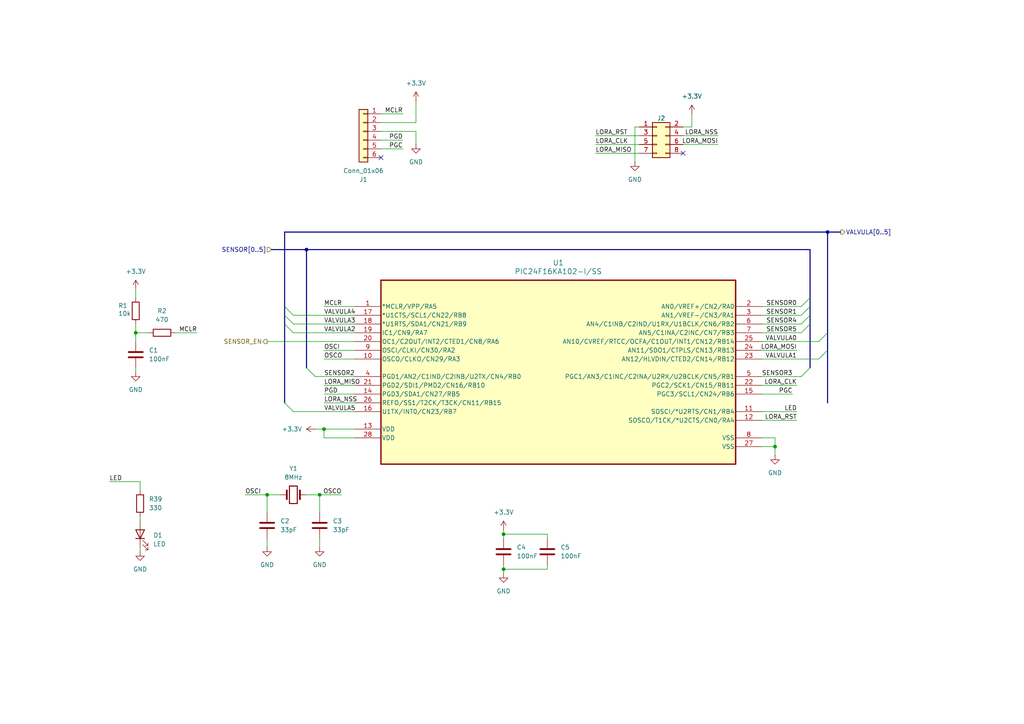
<source format=kicad_sch>
(kicad_sch (version 20231120) (generator "eeschema") (generator_version "8.0")
  (paper "A4")
  (title_block (title "Estante Irrigada - Controle") (date "2024-06-07") (rev "1") (company "Gustavo Adolpho Souteras Barbosa"))
  (lib_symbols
    (symbol "Connector_Generic:Conn_01x06" (pin_names (offset 1.016) hide)
      (property "Reference" "J" (at 0 7.62 0))
      (property "Value" "Conn_01x06" (at 0 -10.16 0))
      (symbol "Conn_01x06_1_1"
        (rectangle (start -1.27 -7.493) (end 0 -7.747) (stroke (width 0.1524)))
        (rectangle (start -1.27 -4.953) (end 0 -5.207) (stroke (width 0.1524)))
        (rectangle (start -1.27 -2.413) (end 0 -2.667) (stroke (width 0.1524)))
        (rectangle (start -1.27 0.127) (end 0 -0.127) (stroke (width 0.1524)))
        (rectangle (start -1.27 2.667) (end 0 2.413) (stroke (width 0.1524)))
        (rectangle (start -1.27 5.207) (end 0 4.953) (stroke (width 0.1524)))
        (rectangle (start -1.27 6.35) (end 1.27 -8.89) (stroke (width 0.254)) (fill (type background)))
        (pin passive line (at -5.08 5.08 0) (length 3.81) (name "Pin_1") (number "1"))
        (pin passive line (at -5.08 2.54 0) (length 3.81) (name "Pin_2") (number "2"))
        (pin passive line (at -5.08 0 0) (length 3.81) (name "Pin_3") (number "3"))
        (pin passive line (at -5.08 -2.54 0) (length 3.81) (name "Pin_4") (number "4"))
        (pin passive line (at -5.08 -5.08 0) (length 3.81) (name "Pin_5") (number "5"))
        (pin passive line (at -5.08 -7.62 0) (length 3.81) (name "Pin_6") (number "6"))
      )
    )
    (symbol "Connector_Generic:Conn_02x04_Odd_Even" (pin_names (offset 1.016) hide)
      (property "Reference" "J" (at 1.27 5.08 0))
      (property "Value" "Conn_02x04_Odd_Even" (at 1.27 -7.62 0))
      (symbol "Conn_02x04_Odd_Even_1_1"
        (rectangle (start -1.27 -4.953) (end 0 -5.207) (stroke (width 0.1524)))
        (rectangle (start -1.27 -2.413) (end 0 -2.667) (stroke (width 0.1524)))
        (rectangle (start -1.27 0.127) (end 0 -0.127) (stroke (width 0.1524)))
        (rectangle (start -1.27 2.667) (end 0 2.413) (stroke (width 0.1524)))
        (rectangle (start -1.27 3.81) (end 3.81 -6.35) (stroke (width 0.254)) (fill (type background)))
        (rectangle (start 3.81 -4.953) (end 2.54 -5.207) (stroke (width 0.1524)))
        (rectangle (start 3.81 -2.413) (end 2.54 -2.667) (stroke (width 0.1524)))
        (rectangle (start 3.81 0.127) (end 2.54 -0.127) (stroke (width 0.1524)))
        (rectangle (start 3.81 2.667) (end 2.54 2.413) (stroke (width 0.1524)))
        (pin passive line (at -5.08 2.54 0) (length 3.81) (name "Pin_1") (number "1"))
        (pin passive line (at 7.62 2.54 180) (length 3.81) (name "Pin_2") (number "2"))
        (pin passive line (at -5.08 0 0) (length 3.81) (name "Pin_3") (number "3"))
        (pin passive line (at 7.62 0 180) (length 3.81) (name "Pin_4") (number "4"))
        (pin passive line (at -5.08 -2.54 0) (length 3.81) (name "Pin_5") (number "5"))
        (pin passive line (at 7.62 -2.54 180) (length 3.81) (name "Pin_6") (number "6"))
        (pin passive line (at -5.08 -5.08 0) (length 3.81) (name "Pin_7") (number "7"))
        (pin passive line (at 7.62 -5.08 180) (length 3.81) (name "Pin_8") (number "8"))
      )
    )
    (symbol "Device:C" (pin_numbers hide) (pin_names (offset 0.254))
      (property "Reference" "C" (at 0.635 2.54 0))
      (property "Value" "C" (at 0.635 -2.54 0))
      (symbol "C_0_1"
        (polyline (pts (xy -2.032 -0.762) (xy 2.032 -0.762)) (stroke (width 0.508)))
        (polyline (pts (xy -2.032 0.762) (xy 2.032 0.762)) (stroke (width 0.508)))
      )
      (symbol "C_1_1"
        (pin passive line (at 0 3.81 270) (length 2.794) (name "~") (number "1"))
        (pin passive line (at 0 -3.81 90) (length 2.794) (name "~") (number "2"))
      )
    )
    (symbol "Device:Crystal" (pin_numbers hide) (pin_names (offset 1.016) hide)
      (property "Reference" "Y" (at 0 3.81 0))
      (property "Value" "Crystal" (at 0 -3.81 0))
      (symbol "Crystal_0_1"
        (rectangle (start -1.143 2.54) (end 1.143 -2.54) (stroke (width 0.3048)))
        (polyline (pts (xy -2.54 0) (xy -1.905 0)))
        (polyline (pts (xy -1.905 -1.27) (xy -1.905 1.27)) (stroke (width 0.508)))
        (polyline (pts (xy 1.905 -1.27) (xy 1.905 1.27)) (stroke (width 0.508)))
        (polyline (pts (xy 2.54 0) (xy 1.905 0)))
      )
      (symbol "Crystal_1_1"
        (pin passive line (at -3.81 0 0) (length 1.27) (name "1") (number "1"))
        (pin passive line (at 3.81 0 180) (length 1.27) (name "2") (number "2"))
      )
    )
    (symbol "Device:LED" (pin_numbers hide) (pin_names (offset 1.016) hide)
      (property "Reference" "D" (at 0 2.54 0))
      (property "Value" "LED" (at 0 -2.54 0))
      (symbol "LED_0_1"
        (polyline (pts (xy -1.27 -1.27) (xy -1.27 1.27)) (stroke (width 0.254)))
        (polyline (pts (xy -1.27 0) (xy 1.27 0)))
        (polyline (pts (xy 1.27 -1.27) (xy 1.27 1.27) (xy -1.27 0) (xy 1.27 -1.27)) (stroke (width 0.254)))
        (polyline (pts (xy -3.048 -0.762) (xy -4.572 -2.286) (xy -3.81 -2.286) (xy -4.572 -2.286) (xy -4.572 -1.524)))
        (polyline (pts (xy -1.778 -0.762) (xy -3.302 -2.286) (xy -2.54 -2.286) (xy -3.302 -2.286) (xy -3.302 -1.524)))
      )
      (symbol "LED_1_1"
        (pin passive line (at -3.81 0 0) (length 2.54) (name "K") (number "1"))
        (pin passive line (at 3.81 0 180) (length 2.54) (name "A") (number "2"))
      )
    )
    (symbol "Device:R" (pin_numbers hide) (pin_names (offset 0))
      (property "Reference" "R" (at 2.032 0 90))
      (property "Value" "R" (at 0 0 90))
      (symbol "R_0_1"
        (rectangle (start -1.016 -2.54) (end 1.016 2.54) (stroke (width 0.254)))
      )
      (symbol "R_1_1"
        (pin passive line (at 0 3.81 270) (length 1.27) (name "~") (number "1"))
        (pin passive line (at 0 -3.81 90) (length 1.27) (name "~") (number "2"))
      )
    )
    (symbol "PIC24F16KA102-I_SS:PIC24F16KA102-I_SS" (pin_names (offset 0.254))
      (property "Reference" "U" (at 56.388 12.7 0))
      (property "Value" "PIC24F16KA102-I/SS" (at 56.388 10.16 0))
      (symbol "PIC24F16KA102-I_SS_1_1"
        (rectangle (start 7.62 7.62) (end 110.49 -45.72) (stroke (width 0.41)) (fill (type background)))
        (pin bidirectional line (at 0 0 0) (length 7.62) (name "*MCLR/VPP/RA5") (number "1"))
        (pin bidirectional line (at 0 -15.24 0) (length 7.62) (name "OSCO/CLKO/CN29/RA3") (number "10"))
        (pin bidirectional line (at 118.11 -30.48 180) (length 7.62) (name "SOSCI/*U2RTS/CN1/RB4") (number "11"))
        (pin bidirectional line (at 118.11 -33.02 180) (length 7.62) (name "SOSCO/T1CK/*U2CTS/CN0/RA4") (number "12"))
        (pin power_in line (at 0 -35.56 0) (length 7.62) (name "VDD") (number "13"))
        (pin bidirectional line (at 0 -25.4 0) (length 7.62) (name "PGD3/SDA1/CN27/RB5") (number "14"))
        (pin bidirectional line (at 118.11 -25.4 180) (length 7.62) (name "PGC3/SCL1/CN24/RB6") (number "15"))
        (pin bidirectional line (at 0 -30.48 0) (length 7.62) (name "U1TX/INT0/CN23/RB7") (number "16"))
        (pin bidirectional line (at 0 -2.54 0) (length 7.62) (name "*U1CTS/SCL1/CN22/RB8") (number "17"))
        (pin bidirectional line (at 0 -5.08 0) (length 7.62) (name "*U1RTS/SDA1/CN21/RB9") (number "18"))
        (pin bidirectional line (at 0 -7.62 0) (length 7.62) (name "IC1/CN9/RA7") (number "19"))
        (pin bidirectional line (at 118.11 0 180) (length 7.62) (name "AN0/VREF+/CN2/RA0") (number "2"))
        (pin bidirectional line (at 0 -10.16 0) (length 7.62) (name "OC1/C2OUT/INT2/CTED1/CN8/RA6") (number "20"))
        (pin bidirectional line (at 0 -22.86 0) (length 7.62) (name "PGD2/SDI1/PMD2/CN16/RB10") (number "21"))
        (pin bidirectional line (at 118.11 -22.86 180) (length 7.62) (name "PGC2/SCK1/CN15/RB11") (number "22"))
        (pin bidirectional line (at 118.11 -15.24 180) (length 7.62) (name "AN12/HLVDIN/CTED2/CN14/RB12") (number "23"))
        (pin bidirectional line (at 118.11 -12.7 180) (length 7.62) (name "AN11/SDO1/CTPLS/CN13/RB13") (number "24"))
        (pin bidirectional line (at 118.11 -10.16 180) (length 7.62) (name "AN10/CVREF/RTCC/OCFA/C1OUT/INT1/CN12/RB14") (number "25"))
        (pin bidirectional line (at 0 -27.94 0) (length 7.62) (name "REFO/SS1/T2CK/T3CK/CN11/RB15") (number "26"))
        (pin power_in line (at 118.11 -40.64 180) (length 7.62) (name "VSS") (number "27"))
        (pin power_in line (at 0 -38.1 0) (length 7.62) (name "VDD") (number "28"))
        (pin bidirectional line (at 118.11 -2.54 180) (length 7.62) (name "AN1/VREF-/CN3/RA1") (number "3"))
        (pin bidirectional line (at 0 -20.32 0) (length 7.62) (name "PGD1/AN2/C1IND/C2INB/U2TX/CN4/RB0") (number "4"))
        (pin bidirectional line (at 118.11 -20.32 180) (length 7.62) (name "PGC1/AN3/C1INC/C2INA/U2RX/U2BCLK/CN5/RB1") (number "5"))
        (pin bidirectional line (at 118.11 -5.08 180) (length 7.62) (name "AN4/C1INB/C2IND/U1RX/U1BCLK/CN6/RB2") (number "6"))
        (pin bidirectional line (at 118.11 -7.62 180) (length 7.62) (name "AN5/C1INA/C2INC/CN7/RB3") (number "7"))
        (pin power_in line (at 118.11 -38.1 180) (length 7.62) (name "VSS") (number "8"))
        (pin bidirectional line (at 0 -12.7 0) (length 7.62) (name "OSCI/CLKI/CN30/RA2") (number "9"))
      )
    )
    (symbol "power:+3.3V" (power) (pin_numbers hide) (pin_names (offset 0) hide)
      (property "Value" "+3.3V" (at 0 3.556 0))
      (symbol "+3.3V_0_1"
        (polyline (pts (xy -0.762 1.27) (xy 0 2.54)))
        (polyline (pts (xy 0 0) (xy 0 2.54)))
        (polyline (pts (xy 0 2.54) (xy 0.762 1.27)))
      )
      (symbol "+3.3V_1_1"
        (pin power_in line (at 0 0 90) (length 0) (name "~") (number "1"))
      )
    )
    (symbol "power:GND" (power) (pin_numbers hide) (pin_names (offset 0) hide)
      (property "Value" "GND" (at 0 -3.81 0))
      (symbol "GND_0_1"
        (polyline (pts (xy 0 0) (xy 0 -1.27) (xy 1.27 -1.27) (xy 0 -2.54) (xy -1.27 -1.27) (xy 0 -1.27)))
      )
      (symbol "GND_1_1"
        (pin power_in line (at 0 0 270) (length 0) (name "~") (number "1"))
      )
    )
  )
  (junction (at 93.98 124.46))
  (junction (at 240.03 67.31))
  (junction (at 92.71 143.51))
  (junction (at 88.9 72.39))
  (junction (at 224.79 129.54))
  (junction (at 146.05 154.94))
  (junction (at 146.05 165.1))
  (junction (at 39.37 96.52))
  (junction (at 77.47 143.51))
  (no_connect (at 110.49 45.72))
  (no_connect (at 198.12 44.45))
  (bus_entry (at 232.41 88.9) (size 2.54 -2.54))
  (bus_entry (at 232.41 93.98) (size 2.54 -2.54))
  (bus_entry (at 232.41 109.22) (size 2.54 -2.54))
  (bus_entry (at 232.41 96.52) (size 2.54 -2.54))
  (bus_entry (at 232.41 91.44) (size 2.54 -2.54))
  (bus_entry (at 88.9 106.68) (size 2.54 2.54))
  (bus_entry (at 237.49 99.06) (size 2.54 -2.54))
  (bus_entry (at 82.55 93.98) (size 2.54 2.54))
  (bus_entry (at 82.55 88.9) (size 2.54 2.54))
  (bus_entry (at 82.55 116.84) (size 2.54 2.54))
  (bus_entry (at 237.49 104.14) (size 2.54 -2.54))
  (bus_entry (at 82.55 91.44) (size 2.54 2.54))
  (wire (pts (xy 220.98 93.98) (xy 232.41 93.98)))
  (bus (pts (xy 234.95 88.9) (xy 234.95 91.44)))
  (wire (pts (xy 92.71 143.51) (xy 88.9 143.51)))
  (bus (pts (xy 240.03 67.31) (xy 240.03 96.52)))
  (wire (pts (xy 220.98 88.9) (xy 232.41 88.9)))
  (wire (pts (xy 93.98 101.6) (xy 102.87 101.6)))
  (wire (pts (xy 158.75 156.21) (xy 158.75 154.94)))
  (wire (pts (xy 220.98 127) (xy 224.79 127)))
  (wire (pts (xy 92.71 148.59) (xy 92.71 143.51)))
  (wire (pts (xy 93.98 124.46) (xy 102.87 124.46)))
  (wire (pts (xy 146.05 163.83) (xy 146.05 165.1)))
  (wire (pts (xy 184.15 36.83) (xy 185.42 36.83)))
  (wire (pts (xy 200.66 33.02) (xy 200.66 36.83)))
  (wire (pts (xy 220.98 111.76) (xy 231.14 111.76)))
  (wire (pts (xy 77.47 148.59) (xy 77.47 143.51)))
  (wire (pts (xy 220.98 129.54) (xy 224.79 129.54)))
  (wire (pts (xy 220.98 91.44) (xy 232.41 91.44)))
  (wire (pts (xy 220.98 99.06) (xy 237.49 99.06)))
  (wire (pts (xy 146.05 165.1) (xy 146.05 166.37)))
  (wire (pts (xy 220.98 114.3) (xy 229.87 114.3)))
  (wire (pts (xy 39.37 83.82) (xy 39.37 86.36)))
  (wire (pts (xy 39.37 93.98) (xy 39.37 96.52)))
  (wire (pts (xy 77.47 99.06) (xy 102.87 99.06)))
  (wire (pts (xy 93.98 111.76) (xy 102.87 111.76)))
  (bus (pts (xy 82.55 67.31) (xy 82.55 88.9)))
  (wire (pts (xy 220.98 109.22) (xy 232.41 109.22)))
  (wire (pts (xy 198.12 41.91) (xy 208.28 41.91)))
  (wire (pts (xy 71.12 143.51) (xy 77.47 143.51)))
  (wire (pts (xy 220.98 119.38) (xy 231.14 119.38)))
  (wire (pts (xy 110.49 35.56) (xy 120.65 35.56)))
  (wire (pts (xy 40.64 158.75) (xy 40.64 160.02)))
  (wire (pts (xy 110.49 38.1) (xy 120.65 38.1)))
  (wire (pts (xy 120.65 35.56) (xy 120.65 29.21)))
  (wire (pts (xy 110.49 40.64) (xy 116.84 40.64)))
  (wire (pts (xy 85.09 96.52) (xy 102.87 96.52)))
  (bus (pts (xy 240.03 67.31) (xy 82.55 67.31)))
  (wire (pts (xy 224.79 129.54) (xy 224.79 132.08)))
  (wire (pts (xy 200.66 36.83) (xy 198.12 36.83)))
  (wire (pts (xy 31.75 139.7) (xy 40.64 139.7)))
  (bus (pts (xy 78.74 72.39) (xy 88.9 72.39)))
  (wire (pts (xy 220.98 96.52) (xy 232.41 96.52)))
  (wire (pts (xy 120.65 38.1) (xy 120.65 41.91)))
  (wire (pts (xy 39.37 96.52) (xy 43.18 96.52)))
  (wire (pts (xy 85.09 91.44) (xy 102.87 91.44)))
  (wire (pts (xy 93.98 127) (xy 102.87 127)))
  (wire (pts (xy 146.05 154.94) (xy 146.05 156.21)))
  (wire (pts (xy 198.12 39.37) (xy 208.28 39.37)))
  (bus (pts (xy 234.95 86.36) (xy 234.95 88.9)))
  (wire (pts (xy 93.98 104.14) (xy 102.87 104.14)))
  (wire (pts (xy 158.75 154.94) (xy 146.05 154.94)))
  (wire (pts (xy 172.72 41.91) (xy 185.42 41.91)))
  (wire (pts (xy 92.71 143.51) (xy 99.06 143.51)))
  (wire (pts (xy 220.98 104.14) (xy 237.49 104.14)))
  (wire (pts (xy 93.98 114.3) (xy 102.87 114.3)))
  (wire (pts (xy 77.47 143.51) (xy 81.28 143.51)))
  (wire (pts (xy 40.64 149.86) (xy 40.64 151.13)))
  (wire (pts (xy 39.37 106.68) (xy 39.37 107.95)))
  (wire (pts (xy 93.98 124.46) (xy 93.98 127)))
  (wire (pts (xy 158.75 163.83) (xy 158.75 165.1)))
  (wire (pts (xy 77.47 156.21) (xy 77.47 158.75)))
  (wire (pts (xy 93.98 88.9) (xy 102.87 88.9)))
  (wire (pts (xy 91.44 109.22) (xy 102.87 109.22)))
  (bus (pts (xy 88.9 72.39) (xy 88.9 106.68)))
  (wire (pts (xy 39.37 96.52) (xy 39.37 99.06)))
  (wire (pts (xy 91.44 124.46) (xy 93.98 124.46)))
  (bus (pts (xy 240.03 96.52) (xy 240.03 101.6)))
  (wire (pts (xy 158.75 165.1) (xy 146.05 165.1)))
  (bus (pts (xy 82.55 88.9) (xy 82.55 91.44)))
  (bus (pts (xy 234.95 91.44) (xy 234.95 93.98)))
  (bus (pts (xy 88.9 72.39) (xy 234.95 72.39)))
  (wire (pts (xy 146.05 153.67) (xy 146.05 154.94)))
  (bus (pts (xy 82.55 93.98) (xy 82.55 116.84)))
  (wire (pts (xy 40.64 142.24) (xy 40.64 139.7)))
  (wire (pts (xy 85.09 119.38) (xy 102.87 119.38)))
  (wire (pts (xy 184.15 46.99) (xy 184.15 36.83)))
  (wire (pts (xy 93.98 116.84) (xy 102.87 116.84)))
  (wire (pts (xy 172.72 39.37) (xy 185.42 39.37)))
  (wire (pts (xy 220.98 121.92) (xy 231.14 121.92)))
  (bus (pts (xy 234.95 72.39) (xy 234.95 86.36)))
  (bus (pts (xy 240.03 101.6) (xy 240.03 116.84)))
  (bus (pts (xy 82.55 91.44) (xy 82.55 93.98)))
  (bus (pts (xy 234.95 93.98) (xy 234.95 106.68)))
  (wire (pts (xy 110.49 43.18) (xy 116.84 43.18)))
  (wire (pts (xy 92.71 156.21) (xy 92.71 158.75)))
  (wire (pts (xy 85.09 93.98) (xy 102.87 93.98)))
  (bus (pts (xy 243.84 67.31) (xy 240.03 67.31)))
  (wire (pts (xy 224.79 127) (xy 224.79 129.54)))
  (wire (pts (xy 50.8 96.52) (xy 57.15 96.52)))
  (wire (pts (xy 110.49 33.02) (xy 116.84 33.02)))
  (wire (pts (xy 220.98 101.6) (xy 231.14 101.6)))
  (wire (pts (xy 172.72 44.45) (xy 185.42 44.45)))
  (label "LORA_NSS" (at 208.28 39.37 180))
  (label "OSCO" (at 99.06 143.51 180))
  (label "VALVULA4" (at 93.98 91.44 0))
  (label "OSCI" (at 71.12 143.51 0))
  (label "MCLR" (at 116.84 33.02 180))
  (label "MCLR" (at 93.98 88.9 0))
  (label "SENSOR1" (at 231.14 91.44 180))
  (label "VALVULA1" (at 231.14 104.14 180))
  (label "VALVULA2" (at 93.98 96.52 0))
  (label "PGD" (at 116.84 40.64 180))
  (label "LORA_MISO" (at 172.72 44.45 0))
  (label "SENSOR2" (at 93.98 109.22 0))
  (label "PGC" (at 116.84 43.18 180))
  (label "LED" (at 231.14 119.38 180))
  (label "PGD" (at 93.98 114.3 0))
  (label "LORA_RST" (at 231.14 121.92 180))
  (label "LORA_RST" (at 172.72 39.37 0))
  (label "PGC" (at 229.87 114.3 180))
  (label "OSCO" (at 93.98 104.14 0))
  (label "SENSOR5" (at 231.14 96.52 180))
  (label "LORA_MOSI" (at 231.14 101.6 180))
  (label "SENSOR4" (at 231.14 93.98 180))
  (label "OSCI" (at 93.98 101.6 0))
  (label "LORA_MISO" (at 93.98 111.76 0))
  (label "VALVULA0" (at 231.14 99.06 180))
  (label "LED" (at 31.75 139.7 0))
  (label "VALVULA3" (at 93.98 93.98 0))
  (label "SENSOR3" (at 229.87 109.22 180))
  (label "MCLR" (at 57.15 96.52 180))
  (label "SENSOR0" (at 231.14 88.9 180))
  (label "LORA_CLK" (at 172.72 41.91 0))
  (label "VALVULA5" (at 93.98 119.38 0))
  (label "LORA_MOSI" (at 208.28 41.91 180))
  (label "LORA_NSS" (at 93.98 116.84 0))
  (label "LORA_CLK" (at 231.14 111.76 180))
  (hierarchical_label "SENSOR[0..5]" (shape input) (at 78.74 72.39 180))
  (hierarchical_label "VALVULA[0..5]" (shape output) (at 243.84 67.31 0))
  (hierarchical_label "SENSOR_EN" (shape output) (at 77.47 99.06 180))
  (symbol (lib_id "Device:C") (at 39.37 102.87 0) (unit 1)
    (property "Reference" "C1" (at 43.18 101.5999 0) (effects (justify left)))
    (property "Value" "100nF" (at 43.18 104.1399 0) (effects (justify left)))
    (property "Footprint" "Capacitor_SMD:C_0805_2012Metric_Pad1.18x1.45mm_HandSolder" (effects (hide yes)))
    (property "Description" "Unpolarized capacitor" (effects (hide yes)))
  )
  (symbol (lib_id "power:GND") (at 39.37 107.95 0) (unit 1)
    (property "Reference" "#PWR02" (effects (hide yes)))
    (property "Value" "GND" (at 39.37 113.03 0))
    (property "Description" "Power symbol creates a global label with name \"GND\" , ground" (effects (hide yes)))
  )
  (symbol (lib_id "Device:R") (at 40.64 146.05 0) (unit 1)
    (property "Reference" "R39" (at 43.18 144.7799 0) (effects (justify left)))
    (property "Value" "330" (at 43.18 147.3199 0) (effects (justify left)))
    (property "Footprint" "Resistor_SMD:R_0805_2012Metric_Pad1.20x1.40mm_HandSolder" (effects (hide yes)))
    (property "Description" "Resistor" (effects (hide yes)))
  )
  (symbol (lib_id "power:GND") (at 224.79 132.08 0) (unit 1)
    (property "Reference" "#PWR012" (effects (hide yes)))
    (property "Value" "GND" (at 224.79 137.16 0))
    (property "Description" "Power symbol creates a global label with name \"GND\" , ground" (effects (hide yes)))
  )
  (symbol (lib_id "power:GND") (at 184.15 46.99 0) (unit 1)
    (property "Reference" "#PWR010" (effects (hide yes)))
    (property "Value" "GND" (at 184.15 52.07 0))
    (property "Description" "Power symbol creates a global label with name \"GND\" , ground" (effects (hide yes)))
  )
  (symbol (lib_id "Connector_Generic:Conn_02x04_Odd_Even") (at 190.5 39.37 0) (unit 1)
    (property "Reference" "J2" (at 191.77 34.29 0))
    (property "Value" "Conn_02x04_Odd_Even" (effects (hide yes)))
    (property "Footprint" "Connector_PinHeader_2.54mm:PinHeader_2x04_P2.54mm_Vertical" (effects (hide yes)))
    (property "Description" "Generic connector, double row, 02x04, odd/even pin numbering scheme (row 1 odd numbers, row 2 even numbers), script generated (kicad-library-utils/schlib/autogen/connector/)" (effects (hide yes)))
  )
  (symbol (lib_id "Device:C") (at 92.71 152.4 0) (unit 1)
    (property "Reference" "C3" (at 96.52 151.1299 0) (effects (justify left)))
    (property "Value" "33pF" (at 96.52 153.6699 0) (effects (justify left)))
    (property "Footprint" "Capacitor_SMD:C_0805_2012Metric_Pad1.18x1.45mm_HandSolder" (effects (hide yes)))
    (property "Description" "Unpolarized capacitor" (effects (hide yes)))
  )
  (symbol (lib_id "power:+3.3V") (at 120.65 29.21 0) (unit 1)
    (property "Reference" "#PWR06" (effects (hide yes)))
    (property "Value" "+3.3V" (at 120.65 24.13 0))
    (property "Description" "Power symbol creates a global label with name \"+3.3V\"" (effects (hide yes)))
  )
  (symbol (lib_id "Device:C") (at 146.05 160.02 0) (unit 1)
    (property "Reference" "C4" (at 149.86 158.7499 0) (effects (justify left)))
    (property "Value" "100nF" (at 149.86 161.2899 0) (effects (justify left)))
    (property "Footprint" "Capacitor_SMD:C_0805_2012Metric_Pad1.18x1.45mm_HandSolder" (effects (hide yes)))
    (property "Description" "Unpolarized capacitor" (effects (hide yes)))
  )
  (symbol (lib_id "power:GND") (at 92.71 158.75 0) (unit 1)
    (property "Reference" "#PWR05" (effects (hide yes)))
    (property "Value" "GND" (at 92.71 163.83 0))
    (property "Description" "Power symbol creates a global label with name \"GND\" , ground" (effects (hide yes)))
  )
  (symbol (lib_id "Device:C") (at 77.47 152.4 0) (unit 1)
    (property "Reference" "C2" (at 81.28 151.1299 0) (effects (justify left)))
    (property "Value" "33pF" (at 81.28 153.6699 0) (effects (justify left)))
    (property "Footprint" "Capacitor_SMD:C_0805_2012Metric_Pad1.18x1.45mm_HandSolder" (effects (hide yes)))
    (property "Description" "Unpolarized capacitor" (effects (hide yes)))
  )
  (symbol (lib_id "Device:R") (at 39.37 90.17 0) (unit 1)
    (property "Reference" "R1" (at 34.29 88.646 0) (effects (justify left)))
    (property "Value" "10k" (at 34.29 90.932 0) (effects (justify left)))
    (property "Footprint" "Resistor_SMD:R_0805_2012Metric_Pad1.20x1.40mm_HandSolder" (effects (hide yes)))
    (property "Description" "Resistor" (effects (hide yes)))
  )
  (symbol (lib_id "power:+3.3V") (at 146.05 153.67 0) (unit 1)
    (property "Reference" "#PWR08" (effects (hide yes)))
    (property "Value" "+3.3V" (at 146.05 148.59 0))
    (property "Description" "Power symbol creates a global label with name \"+3.3V\"" (effects (hide yes)))
  )
  (symbol (lib_id "power:GND") (at 146.05 166.37 0) (unit 1)
    (property "Reference" "#PWR09" (effects (hide yes)))
    (property "Value" "GND" (at 146.05 171.45 0))
    (property "Description" "Power symbol creates a global label with name \"GND\" , ground" (effects (hide yes)))
  )
  (symbol (lib_id "power:GND") (at 40.64 160.02 0) (unit 1)
    (property "Reference" "#PWR057" (effects (hide yes)))
    (property "Value" "GND" (at 40.64 165.1 0))
    (property "Description" "Power symbol creates a global label with name \"GND\" , ground" (effects (hide yes)))
  )
  (symbol (lib_id "Device:C") (at 158.75 160.02 0) (unit 1)
    (property "Reference" "C5" (at 162.56 158.7499 0) (effects (justify left)))
    (property "Value" "100nF" (at 162.56 161.2899 0) (effects (justify left)))
    (property "Footprint" "Capacitor_SMD:C_0805_2012Metric_Pad1.18x1.45mm_HandSolder" (effects (hide yes)))
    (property "Description" "Unpolarized capacitor" (effects (hide yes)))
  )
  (symbol (lib_id "Device:Crystal") (at 85.09 143.51 0) (unit 1)
    (property "Reference" "Y1" (at 85.09 135.89 0))
    (property "Value" "8MHz" (at 85.09 138.43 0))
    (property "Footprint" "LFXTAL003151:HC-49&slash_US_11P4X3P8_IQD" (effects (hide yes)))
    (property "Description" "Two pin crystal" (effects (hide yes)))
  )
  (symbol (lib_id "power:+3.3V") (at 91.44 124.46 90) (unit 1)
    (property "Reference" "#PWR04" (effects (hide yes)))
    (property "Value" "+3.3V" (at 87.63 124.4599 90) (effects (justify left)))
    (property "Description" "Power symbol creates a global label with name \"+3.3V\"" (effects (hide yes)))
  )
  (symbol (lib_id "Connector_Generic:Conn_01x06") (at 105.41 38.1 0) (mirror y) (unit 1)
    (property "Reference" "J1" (at 105.41 52.07 0))
    (property "Value" "Conn_01x06" (at 105.41 49.53 0))
    (property "Footprint" "Connector_PinHeader_2.54mm:PinHeader_1x06_P2.54mm_Vertical" (effects (hide yes)))
    (property "Description" "Generic connector, single row, 01x06, script generated (kicad-library-utils/schlib/autogen/connector/)" (effects (hide yes)))
  )
  (symbol (lib_id "power:+3.3V") (at 200.66 33.02 0) (unit 1)
    (property "Reference" "#PWR011" (effects (hide yes)))
    (property "Value" "+3.3V" (at 200.66 27.94 0))
    (property "Description" "Power symbol creates a global label with name \"+3.3V\"" (effects (hide yes)))
  )
  (symbol (lib_id "power:GND") (at 77.47 158.75 0) (unit 1)
    (property "Reference" "#PWR03" (effects (hide yes)))
    (property "Value" "GND" (at 77.47 163.83 0))
    (property "Description" "Power symbol creates a global label with name \"GND\" , ground" (effects (hide yes)))
  )
  (symbol (lib_id "Device:LED") (at 40.64 154.94 90) (unit 1)
    (property "Reference" "D1" (at 44.45 155.2574 90) (effects (justify right)))
    (property "Value" "LED" (at 44.45 157.7974 90) (effects (justify right)))
    (property "Footprint" "LED_SMD:LED_0805_2012Metric_Pad1.15x1.40mm_HandSolder" (effects (hide yes)))
    (property "Description" "Light emitting diode" (effects (hide yes)))
  )
  (symbol (lib_id "PIC24F16KA102-I_SS:PIC24F16KA102-I_SS") (at 102.87 88.9 0) (unit 1)
    (property "Reference" "U1" (at 161.925 76.2 0) (effects (font (size 1.524 1.524))))
    (property "Value" "PIC24F16KA102-I/SS" (at 161.925 78.74 0) (effects (font (size 1.524 1.524))))
    (property "Footprint" "PIC24F16KA102-I_SS:SOP65P780X200-28N" (effects (hide yes)))
    (property "Datasheet" "PIC24F16KA102-I/SS" (effects (hide yes)))
    (property "Description" "28-Pin General Purpose, 16-Bit Flash Microcontrollers with nanoWatt XLP Technology" (effects (hide yes)))
  )
  (symbol (lib_id "power:GND") (at 120.65 41.91 0) (unit 1)
    (property "Reference" "#PWR07" (effects (hide yes)))
    (property "Value" "GND" (at 120.65 46.99 0))
    (property "Description" "Power symbol creates a global label with name \"GND\" , ground" (effects (hide yes)))
  )
  (symbol (lib_id "Device:R") (at 46.99 96.52 90) (unit 1)
    (property "Reference" "R2" (at 46.99 90.17 90))
    (property "Value" "470" (at 46.99 92.71 90))
    (property "Footprint" "Resistor_SMD:R_0805_2012Metric_Pad1.20x1.40mm_HandSolder" (effects (hide yes)))
    (property "Description" "Resistor" (effects (hide yes)))
  )
  (symbol (lib_id "power:+3.3V") (at 39.37 83.82 0) (unit 1)
    (property "Reference" "#PWR01" (effects (hide yes)))
    (property "Value" "+3.3V" (at 39.37 78.74 0))
    (property "Description" "Power symbol creates a global label with name \"+3.3V\"" (effects (hide yes)))
  )
)
</source>
